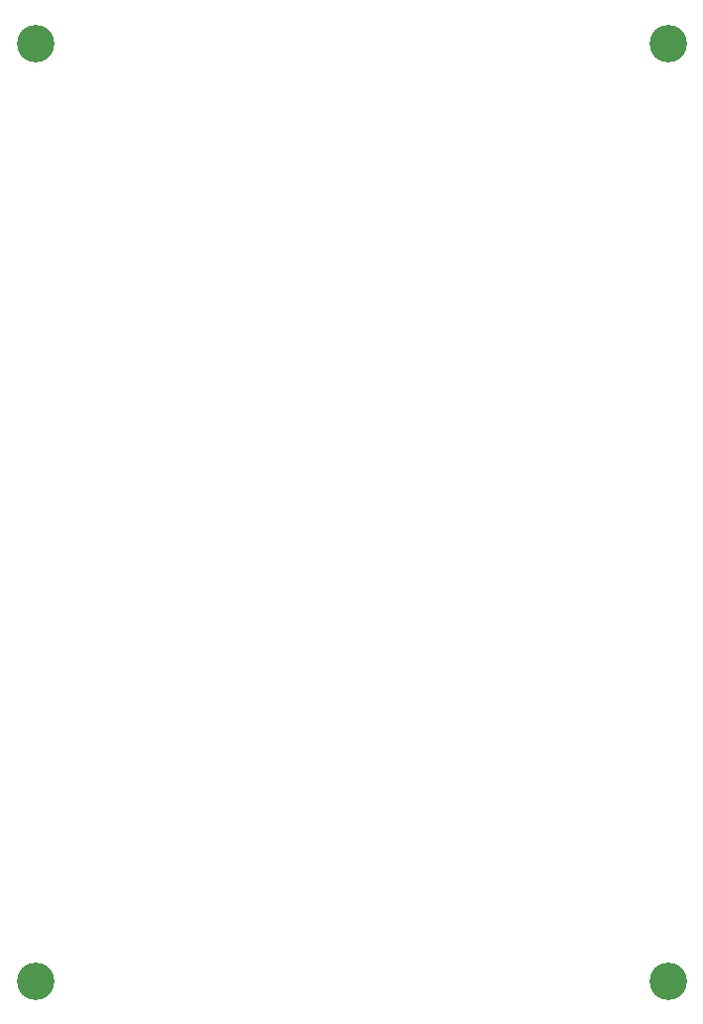
<source format=gbr>
G04 EAGLE Gerber RS-274X export*
G75*
%MOMM*%
%FSLAX34Y34*%
%LPD*%
%INSoldermask Top*%
%IPPOS*%
%AMOC8*
5,1,8,0,0,1.08239X$1,22.5*%
G01*
%ADD10C,3.203200*%


D10*
X30000Y30000D03*
X570000Y30000D03*
X570000Y830000D03*
X30000Y830000D03*
M02*

</source>
